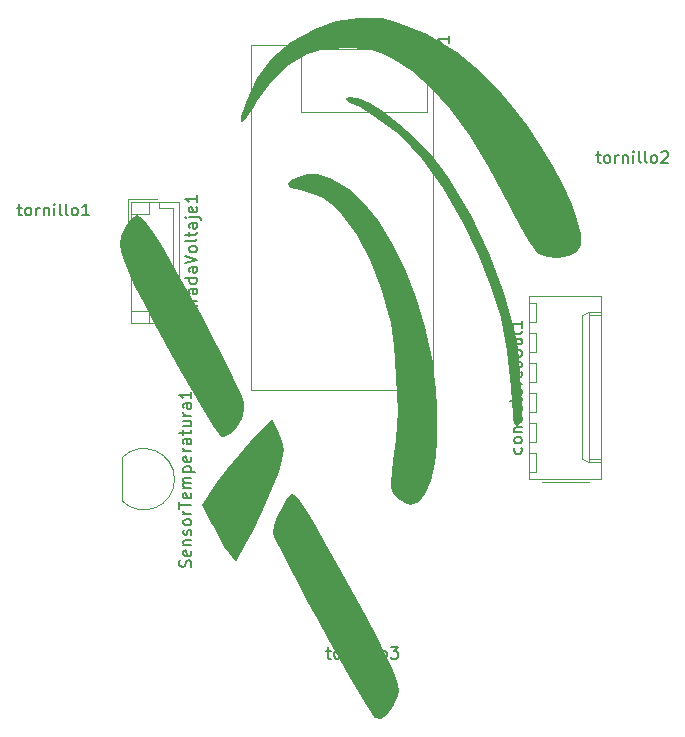
<source format=gbr>
%TF.GenerationSoftware,KiCad,Pcbnew,8.0.4*%
%TF.CreationDate,2024-08-09T17:27:33-06:00*%
%TF.ProjectId,radio,72616469-6f2e-46b6-9963-61645f706362,rev?*%
%TF.SameCoordinates,Original*%
%TF.FileFunction,Legend,Top*%
%TF.FilePolarity,Positive*%
%FSLAX46Y46*%
G04 Gerber Fmt 4.6, Leading zero omitted, Abs format (unit mm)*
G04 Created by KiCad (PCBNEW 8.0.4) date 2024-08-09 17:27:33*
%MOMM*%
%LPD*%
G01*
G04 APERTURE LIST*
%ADD10C,0.150000*%
%ADD11C,0.120000*%
%ADD12C,0.000000*%
G04 APERTURE END LIST*
D10*
X110931738Y-92398807D02*
X111312690Y-92398807D01*
X111074595Y-92065474D02*
X111074595Y-92922616D01*
X111074595Y-92922616D02*
X111122214Y-93017855D01*
X111122214Y-93017855D02*
X111217452Y-93065474D01*
X111217452Y-93065474D02*
X111312690Y-93065474D01*
X111788881Y-93065474D02*
X111693643Y-93017855D01*
X111693643Y-93017855D02*
X111646024Y-92970235D01*
X111646024Y-92970235D02*
X111598405Y-92874997D01*
X111598405Y-92874997D02*
X111598405Y-92589283D01*
X111598405Y-92589283D02*
X111646024Y-92494045D01*
X111646024Y-92494045D02*
X111693643Y-92446426D01*
X111693643Y-92446426D02*
X111788881Y-92398807D01*
X111788881Y-92398807D02*
X111931738Y-92398807D01*
X111931738Y-92398807D02*
X112026976Y-92446426D01*
X112026976Y-92446426D02*
X112074595Y-92494045D01*
X112074595Y-92494045D02*
X112122214Y-92589283D01*
X112122214Y-92589283D02*
X112122214Y-92874997D01*
X112122214Y-92874997D02*
X112074595Y-92970235D01*
X112074595Y-92970235D02*
X112026976Y-93017855D01*
X112026976Y-93017855D02*
X111931738Y-93065474D01*
X111931738Y-93065474D02*
X111788881Y-93065474D01*
X112550786Y-93065474D02*
X112550786Y-92398807D01*
X112550786Y-92589283D02*
X112598405Y-92494045D01*
X112598405Y-92494045D02*
X112646024Y-92446426D01*
X112646024Y-92446426D02*
X112741262Y-92398807D01*
X112741262Y-92398807D02*
X112836500Y-92398807D01*
X113169834Y-92398807D02*
X113169834Y-93065474D01*
X113169834Y-92494045D02*
X113217453Y-92446426D01*
X113217453Y-92446426D02*
X113312691Y-92398807D01*
X113312691Y-92398807D02*
X113455548Y-92398807D01*
X113455548Y-92398807D02*
X113550786Y-92446426D01*
X113550786Y-92446426D02*
X113598405Y-92541664D01*
X113598405Y-92541664D02*
X113598405Y-93065474D01*
X114074596Y-93065474D02*
X114074596Y-92398807D01*
X114074596Y-92065474D02*
X114026977Y-92113093D01*
X114026977Y-92113093D02*
X114074596Y-92160712D01*
X114074596Y-92160712D02*
X114122215Y-92113093D01*
X114122215Y-92113093D02*
X114074596Y-92065474D01*
X114074596Y-92065474D02*
X114074596Y-92160712D01*
X114693643Y-93065474D02*
X114598405Y-93017855D01*
X114598405Y-93017855D02*
X114550786Y-92922616D01*
X114550786Y-92922616D02*
X114550786Y-92065474D01*
X115217453Y-93065474D02*
X115122215Y-93017855D01*
X115122215Y-93017855D02*
X115074596Y-92922616D01*
X115074596Y-92922616D02*
X115074596Y-92065474D01*
X115741263Y-93065474D02*
X115646025Y-93017855D01*
X115646025Y-93017855D02*
X115598406Y-92970235D01*
X115598406Y-92970235D02*
X115550787Y-92874997D01*
X115550787Y-92874997D02*
X115550787Y-92589283D01*
X115550787Y-92589283D02*
X115598406Y-92494045D01*
X115598406Y-92494045D02*
X115646025Y-92446426D01*
X115646025Y-92446426D02*
X115741263Y-92398807D01*
X115741263Y-92398807D02*
X115884120Y-92398807D01*
X115884120Y-92398807D02*
X115979358Y-92446426D01*
X115979358Y-92446426D02*
X116026977Y-92494045D01*
X116026977Y-92494045D02*
X116074596Y-92589283D01*
X116074596Y-92589283D02*
X116074596Y-92874997D01*
X116074596Y-92874997D02*
X116026977Y-92970235D01*
X116026977Y-92970235D02*
X115979358Y-93017855D01*
X115979358Y-93017855D02*
X115884120Y-93065474D01*
X115884120Y-93065474D02*
X115741263Y-93065474D01*
X117026977Y-93065474D02*
X116455549Y-93065474D01*
X116741263Y-93065474D02*
X116741263Y-92065474D01*
X116741263Y-92065474D02*
X116646025Y-92208331D01*
X116646025Y-92208331D02*
X116550787Y-92303569D01*
X116550787Y-92303569D02*
X116455549Y-92351188D01*
X159956738Y-87948807D02*
X160337690Y-87948807D01*
X160099595Y-87615474D02*
X160099595Y-88472616D01*
X160099595Y-88472616D02*
X160147214Y-88567855D01*
X160147214Y-88567855D02*
X160242452Y-88615474D01*
X160242452Y-88615474D02*
X160337690Y-88615474D01*
X160813881Y-88615474D02*
X160718643Y-88567855D01*
X160718643Y-88567855D02*
X160671024Y-88520235D01*
X160671024Y-88520235D02*
X160623405Y-88424997D01*
X160623405Y-88424997D02*
X160623405Y-88139283D01*
X160623405Y-88139283D02*
X160671024Y-88044045D01*
X160671024Y-88044045D02*
X160718643Y-87996426D01*
X160718643Y-87996426D02*
X160813881Y-87948807D01*
X160813881Y-87948807D02*
X160956738Y-87948807D01*
X160956738Y-87948807D02*
X161051976Y-87996426D01*
X161051976Y-87996426D02*
X161099595Y-88044045D01*
X161099595Y-88044045D02*
X161147214Y-88139283D01*
X161147214Y-88139283D02*
X161147214Y-88424997D01*
X161147214Y-88424997D02*
X161099595Y-88520235D01*
X161099595Y-88520235D02*
X161051976Y-88567855D01*
X161051976Y-88567855D02*
X160956738Y-88615474D01*
X160956738Y-88615474D02*
X160813881Y-88615474D01*
X161575786Y-88615474D02*
X161575786Y-87948807D01*
X161575786Y-88139283D02*
X161623405Y-88044045D01*
X161623405Y-88044045D02*
X161671024Y-87996426D01*
X161671024Y-87996426D02*
X161766262Y-87948807D01*
X161766262Y-87948807D02*
X161861500Y-87948807D01*
X162194834Y-87948807D02*
X162194834Y-88615474D01*
X162194834Y-88044045D02*
X162242453Y-87996426D01*
X162242453Y-87996426D02*
X162337691Y-87948807D01*
X162337691Y-87948807D02*
X162480548Y-87948807D01*
X162480548Y-87948807D02*
X162575786Y-87996426D01*
X162575786Y-87996426D02*
X162623405Y-88091664D01*
X162623405Y-88091664D02*
X162623405Y-88615474D01*
X163099596Y-88615474D02*
X163099596Y-87948807D01*
X163099596Y-87615474D02*
X163051977Y-87663093D01*
X163051977Y-87663093D02*
X163099596Y-87710712D01*
X163099596Y-87710712D02*
X163147215Y-87663093D01*
X163147215Y-87663093D02*
X163099596Y-87615474D01*
X163099596Y-87615474D02*
X163099596Y-87710712D01*
X163718643Y-88615474D02*
X163623405Y-88567855D01*
X163623405Y-88567855D02*
X163575786Y-88472616D01*
X163575786Y-88472616D02*
X163575786Y-87615474D01*
X164242453Y-88615474D02*
X164147215Y-88567855D01*
X164147215Y-88567855D02*
X164099596Y-88472616D01*
X164099596Y-88472616D02*
X164099596Y-87615474D01*
X164766263Y-88615474D02*
X164671025Y-88567855D01*
X164671025Y-88567855D02*
X164623406Y-88520235D01*
X164623406Y-88520235D02*
X164575787Y-88424997D01*
X164575787Y-88424997D02*
X164575787Y-88139283D01*
X164575787Y-88139283D02*
X164623406Y-88044045D01*
X164623406Y-88044045D02*
X164671025Y-87996426D01*
X164671025Y-87996426D02*
X164766263Y-87948807D01*
X164766263Y-87948807D02*
X164909120Y-87948807D01*
X164909120Y-87948807D02*
X165004358Y-87996426D01*
X165004358Y-87996426D02*
X165051977Y-88044045D01*
X165051977Y-88044045D02*
X165099596Y-88139283D01*
X165099596Y-88139283D02*
X165099596Y-88424997D01*
X165099596Y-88424997D02*
X165051977Y-88520235D01*
X165051977Y-88520235D02*
X165004358Y-88567855D01*
X165004358Y-88567855D02*
X164909120Y-88615474D01*
X164909120Y-88615474D02*
X164766263Y-88615474D01*
X165480549Y-87710712D02*
X165528168Y-87663093D01*
X165528168Y-87663093D02*
X165623406Y-87615474D01*
X165623406Y-87615474D02*
X165861501Y-87615474D01*
X165861501Y-87615474D02*
X165956739Y-87663093D01*
X165956739Y-87663093D02*
X166004358Y-87710712D01*
X166004358Y-87710712D02*
X166051977Y-87805950D01*
X166051977Y-87805950D02*
X166051977Y-87901188D01*
X166051977Y-87901188D02*
X166004358Y-88044045D01*
X166004358Y-88044045D02*
X165432930Y-88615474D01*
X165432930Y-88615474D02*
X166051977Y-88615474D01*
X137081738Y-129923807D02*
X137462690Y-129923807D01*
X137224595Y-129590474D02*
X137224595Y-130447616D01*
X137224595Y-130447616D02*
X137272214Y-130542855D01*
X137272214Y-130542855D02*
X137367452Y-130590474D01*
X137367452Y-130590474D02*
X137462690Y-130590474D01*
X137938881Y-130590474D02*
X137843643Y-130542855D01*
X137843643Y-130542855D02*
X137796024Y-130495235D01*
X137796024Y-130495235D02*
X137748405Y-130399997D01*
X137748405Y-130399997D02*
X137748405Y-130114283D01*
X137748405Y-130114283D02*
X137796024Y-130019045D01*
X137796024Y-130019045D02*
X137843643Y-129971426D01*
X137843643Y-129971426D02*
X137938881Y-129923807D01*
X137938881Y-129923807D02*
X138081738Y-129923807D01*
X138081738Y-129923807D02*
X138176976Y-129971426D01*
X138176976Y-129971426D02*
X138224595Y-130019045D01*
X138224595Y-130019045D02*
X138272214Y-130114283D01*
X138272214Y-130114283D02*
X138272214Y-130399997D01*
X138272214Y-130399997D02*
X138224595Y-130495235D01*
X138224595Y-130495235D02*
X138176976Y-130542855D01*
X138176976Y-130542855D02*
X138081738Y-130590474D01*
X138081738Y-130590474D02*
X137938881Y-130590474D01*
X138700786Y-130590474D02*
X138700786Y-129923807D01*
X138700786Y-130114283D02*
X138748405Y-130019045D01*
X138748405Y-130019045D02*
X138796024Y-129971426D01*
X138796024Y-129971426D02*
X138891262Y-129923807D01*
X138891262Y-129923807D02*
X138986500Y-129923807D01*
X139319834Y-129923807D02*
X139319834Y-130590474D01*
X139319834Y-130019045D02*
X139367453Y-129971426D01*
X139367453Y-129971426D02*
X139462691Y-129923807D01*
X139462691Y-129923807D02*
X139605548Y-129923807D01*
X139605548Y-129923807D02*
X139700786Y-129971426D01*
X139700786Y-129971426D02*
X139748405Y-130066664D01*
X139748405Y-130066664D02*
X139748405Y-130590474D01*
X140224596Y-130590474D02*
X140224596Y-129923807D01*
X140224596Y-129590474D02*
X140176977Y-129638093D01*
X140176977Y-129638093D02*
X140224596Y-129685712D01*
X140224596Y-129685712D02*
X140272215Y-129638093D01*
X140272215Y-129638093D02*
X140224596Y-129590474D01*
X140224596Y-129590474D02*
X140224596Y-129685712D01*
X140843643Y-130590474D02*
X140748405Y-130542855D01*
X140748405Y-130542855D02*
X140700786Y-130447616D01*
X140700786Y-130447616D02*
X140700786Y-129590474D01*
X141367453Y-130590474D02*
X141272215Y-130542855D01*
X141272215Y-130542855D02*
X141224596Y-130447616D01*
X141224596Y-130447616D02*
X141224596Y-129590474D01*
X141891263Y-130590474D02*
X141796025Y-130542855D01*
X141796025Y-130542855D02*
X141748406Y-130495235D01*
X141748406Y-130495235D02*
X141700787Y-130399997D01*
X141700787Y-130399997D02*
X141700787Y-130114283D01*
X141700787Y-130114283D02*
X141748406Y-130019045D01*
X141748406Y-130019045D02*
X141796025Y-129971426D01*
X141796025Y-129971426D02*
X141891263Y-129923807D01*
X141891263Y-129923807D02*
X142034120Y-129923807D01*
X142034120Y-129923807D02*
X142129358Y-129971426D01*
X142129358Y-129971426D02*
X142176977Y-130019045D01*
X142176977Y-130019045D02*
X142224596Y-130114283D01*
X142224596Y-130114283D02*
X142224596Y-130399997D01*
X142224596Y-130399997D02*
X142176977Y-130495235D01*
X142176977Y-130495235D02*
X142129358Y-130542855D01*
X142129358Y-130542855D02*
X142034120Y-130590474D01*
X142034120Y-130590474D02*
X141891263Y-130590474D01*
X142557930Y-129590474D02*
X143176977Y-129590474D01*
X143176977Y-129590474D02*
X142843644Y-129971426D01*
X142843644Y-129971426D02*
X142986501Y-129971426D01*
X142986501Y-129971426D02*
X143081739Y-130019045D01*
X143081739Y-130019045D02*
X143129358Y-130066664D01*
X143129358Y-130066664D02*
X143176977Y-130161902D01*
X143176977Y-130161902D02*
X143176977Y-130399997D01*
X143176977Y-130399997D02*
X143129358Y-130495235D01*
X143129358Y-130495235D02*
X143081739Y-130542855D01*
X143081739Y-130542855D02*
X142986501Y-130590474D01*
X142986501Y-130590474D02*
X142700787Y-130590474D01*
X142700787Y-130590474D02*
X142605549Y-130542855D01*
X142605549Y-130542855D02*
X142557930Y-130495235D01*
X147531796Y-82008059D02*
X147055605Y-82341392D01*
X147531796Y-82579487D02*
X146531796Y-82579487D01*
X146531796Y-82579487D02*
X146531796Y-82198535D01*
X146531796Y-82198535D02*
X146579415Y-82103297D01*
X146579415Y-82103297D02*
X146627034Y-82055678D01*
X146627034Y-82055678D02*
X146722272Y-82008059D01*
X146722272Y-82008059D02*
X146865129Y-82008059D01*
X146865129Y-82008059D02*
X146960367Y-82055678D01*
X146960367Y-82055678D02*
X147007986Y-82103297D01*
X147007986Y-82103297D02*
X147055605Y-82198535D01*
X147055605Y-82198535D02*
X147055605Y-82579487D01*
X147531796Y-81150916D02*
X147007986Y-81150916D01*
X147007986Y-81150916D02*
X146912748Y-81198535D01*
X146912748Y-81198535D02*
X146865129Y-81293773D01*
X146865129Y-81293773D02*
X146865129Y-81484249D01*
X146865129Y-81484249D02*
X146912748Y-81579487D01*
X147484177Y-81150916D02*
X147531796Y-81246154D01*
X147531796Y-81246154D02*
X147531796Y-81484249D01*
X147531796Y-81484249D02*
X147484177Y-81579487D01*
X147484177Y-81579487D02*
X147388938Y-81627106D01*
X147388938Y-81627106D02*
X147293700Y-81627106D01*
X147293700Y-81627106D02*
X147198462Y-81579487D01*
X147198462Y-81579487D02*
X147150843Y-81484249D01*
X147150843Y-81484249D02*
X147150843Y-81246154D01*
X147150843Y-81246154D02*
X147103224Y-81150916D01*
X147531796Y-80246154D02*
X146531796Y-80246154D01*
X147484177Y-80246154D02*
X147531796Y-80341392D01*
X147531796Y-80341392D02*
X147531796Y-80531868D01*
X147531796Y-80531868D02*
X147484177Y-80627106D01*
X147484177Y-80627106D02*
X147436557Y-80674725D01*
X147436557Y-80674725D02*
X147341319Y-80722344D01*
X147341319Y-80722344D02*
X147055605Y-80722344D01*
X147055605Y-80722344D02*
X146960367Y-80674725D01*
X146960367Y-80674725D02*
X146912748Y-80627106D01*
X146912748Y-80627106D02*
X146865129Y-80531868D01*
X146865129Y-80531868D02*
X146865129Y-80341392D01*
X146865129Y-80341392D02*
X146912748Y-80246154D01*
X147531796Y-79769963D02*
X146865129Y-79769963D01*
X146531796Y-79769963D02*
X146579415Y-79817582D01*
X146579415Y-79817582D02*
X146627034Y-79769963D01*
X146627034Y-79769963D02*
X146579415Y-79722344D01*
X146579415Y-79722344D02*
X146531796Y-79769963D01*
X146531796Y-79769963D02*
X146627034Y-79769963D01*
X147531796Y-79150916D02*
X147484177Y-79246154D01*
X147484177Y-79246154D02*
X147436557Y-79293773D01*
X147436557Y-79293773D02*
X147341319Y-79341392D01*
X147341319Y-79341392D02*
X147055605Y-79341392D01*
X147055605Y-79341392D02*
X146960367Y-79293773D01*
X146960367Y-79293773D02*
X146912748Y-79246154D01*
X146912748Y-79246154D02*
X146865129Y-79150916D01*
X146865129Y-79150916D02*
X146865129Y-79008059D01*
X146865129Y-79008059D02*
X146912748Y-78912821D01*
X146912748Y-78912821D02*
X146960367Y-78865202D01*
X146960367Y-78865202D02*
X147055605Y-78817583D01*
X147055605Y-78817583D02*
X147341319Y-78817583D01*
X147341319Y-78817583D02*
X147436557Y-78865202D01*
X147436557Y-78865202D02*
X147484177Y-78912821D01*
X147484177Y-78912821D02*
X147531796Y-79008059D01*
X147531796Y-79008059D02*
X147531796Y-79150916D01*
X147531796Y-77865202D02*
X147531796Y-78436630D01*
X147531796Y-78150916D02*
X146531796Y-78150916D01*
X146531796Y-78150916D02*
X146674653Y-78246154D01*
X146674653Y-78246154D02*
X146769891Y-78341392D01*
X146769891Y-78341392D02*
X146817510Y-78436630D01*
X153614177Y-112753513D02*
X153661796Y-112848751D01*
X153661796Y-112848751D02*
X153661796Y-113039227D01*
X153661796Y-113039227D02*
X153614177Y-113134465D01*
X153614177Y-113134465D02*
X153566557Y-113182084D01*
X153566557Y-113182084D02*
X153471319Y-113229703D01*
X153471319Y-113229703D02*
X153185605Y-113229703D01*
X153185605Y-113229703D02*
X153090367Y-113182084D01*
X153090367Y-113182084D02*
X153042748Y-113134465D01*
X153042748Y-113134465D02*
X152995129Y-113039227D01*
X152995129Y-113039227D02*
X152995129Y-112848751D01*
X152995129Y-112848751D02*
X153042748Y-112753513D01*
X153661796Y-112182084D02*
X153614177Y-112277322D01*
X153614177Y-112277322D02*
X153566557Y-112324941D01*
X153566557Y-112324941D02*
X153471319Y-112372560D01*
X153471319Y-112372560D02*
X153185605Y-112372560D01*
X153185605Y-112372560D02*
X153090367Y-112324941D01*
X153090367Y-112324941D02*
X153042748Y-112277322D01*
X153042748Y-112277322D02*
X152995129Y-112182084D01*
X152995129Y-112182084D02*
X152995129Y-112039227D01*
X152995129Y-112039227D02*
X153042748Y-111943989D01*
X153042748Y-111943989D02*
X153090367Y-111896370D01*
X153090367Y-111896370D02*
X153185605Y-111848751D01*
X153185605Y-111848751D02*
X153471319Y-111848751D01*
X153471319Y-111848751D02*
X153566557Y-111896370D01*
X153566557Y-111896370D02*
X153614177Y-111943989D01*
X153614177Y-111943989D02*
X153661796Y-112039227D01*
X153661796Y-112039227D02*
X153661796Y-112182084D01*
X152995129Y-111420179D02*
X153661796Y-111420179D01*
X153090367Y-111420179D02*
X153042748Y-111372560D01*
X153042748Y-111372560D02*
X152995129Y-111277322D01*
X152995129Y-111277322D02*
X152995129Y-111134465D01*
X152995129Y-111134465D02*
X153042748Y-111039227D01*
X153042748Y-111039227D02*
X153137986Y-110991608D01*
X153137986Y-110991608D02*
X153661796Y-110991608D01*
X153614177Y-110134465D02*
X153661796Y-110229703D01*
X153661796Y-110229703D02*
X153661796Y-110420179D01*
X153661796Y-110420179D02*
X153614177Y-110515417D01*
X153614177Y-110515417D02*
X153518938Y-110563036D01*
X153518938Y-110563036D02*
X153137986Y-110563036D01*
X153137986Y-110563036D02*
X153042748Y-110515417D01*
X153042748Y-110515417D02*
X152995129Y-110420179D01*
X152995129Y-110420179D02*
X152995129Y-110229703D01*
X152995129Y-110229703D02*
X153042748Y-110134465D01*
X153042748Y-110134465D02*
X153137986Y-110086846D01*
X153137986Y-110086846D02*
X153233224Y-110086846D01*
X153233224Y-110086846D02*
X153328462Y-110563036D01*
X153614177Y-109229703D02*
X153661796Y-109324941D01*
X153661796Y-109324941D02*
X153661796Y-109515417D01*
X153661796Y-109515417D02*
X153614177Y-109610655D01*
X153614177Y-109610655D02*
X153566557Y-109658274D01*
X153566557Y-109658274D02*
X153471319Y-109705893D01*
X153471319Y-109705893D02*
X153185605Y-109705893D01*
X153185605Y-109705893D02*
X153090367Y-109658274D01*
X153090367Y-109658274D02*
X153042748Y-109610655D01*
X153042748Y-109610655D02*
X152995129Y-109515417D01*
X152995129Y-109515417D02*
X152995129Y-109324941D01*
X152995129Y-109324941D02*
X153042748Y-109229703D01*
X152995129Y-108943988D02*
X152995129Y-108563036D01*
X152661796Y-108801131D02*
X153518938Y-108801131D01*
X153518938Y-108801131D02*
X153614177Y-108753512D01*
X153614177Y-108753512D02*
X153661796Y-108658274D01*
X153661796Y-108658274D02*
X153661796Y-108563036D01*
X153661796Y-108086845D02*
X153614177Y-108182083D01*
X153614177Y-108182083D02*
X153566557Y-108229702D01*
X153566557Y-108229702D02*
X153471319Y-108277321D01*
X153471319Y-108277321D02*
X153185605Y-108277321D01*
X153185605Y-108277321D02*
X153090367Y-108229702D01*
X153090367Y-108229702D02*
X153042748Y-108182083D01*
X153042748Y-108182083D02*
X152995129Y-108086845D01*
X152995129Y-108086845D02*
X152995129Y-107943988D01*
X152995129Y-107943988D02*
X153042748Y-107848750D01*
X153042748Y-107848750D02*
X153090367Y-107801131D01*
X153090367Y-107801131D02*
X153185605Y-107753512D01*
X153185605Y-107753512D02*
X153471319Y-107753512D01*
X153471319Y-107753512D02*
X153566557Y-107801131D01*
X153566557Y-107801131D02*
X153614177Y-107848750D01*
X153614177Y-107848750D02*
X153661796Y-107943988D01*
X153661796Y-107943988D02*
X153661796Y-108086845D01*
X153661796Y-107324940D02*
X152995129Y-107324940D01*
X153185605Y-107324940D02*
X153090367Y-107277321D01*
X153090367Y-107277321D02*
X153042748Y-107229702D01*
X153042748Y-107229702D02*
X152995129Y-107134464D01*
X152995129Y-107134464D02*
X152995129Y-107039226D01*
X153614177Y-106324940D02*
X153661796Y-106420178D01*
X153661796Y-106420178D02*
X153661796Y-106610654D01*
X153661796Y-106610654D02*
X153614177Y-106705892D01*
X153614177Y-106705892D02*
X153518938Y-106753511D01*
X153518938Y-106753511D02*
X153137986Y-106753511D01*
X153137986Y-106753511D02*
X153042748Y-106705892D01*
X153042748Y-106705892D02*
X152995129Y-106610654D01*
X152995129Y-106610654D02*
X152995129Y-106420178D01*
X152995129Y-106420178D02*
X153042748Y-106324940D01*
X153042748Y-106324940D02*
X153137986Y-106277321D01*
X153137986Y-106277321D02*
X153233224Y-106277321D01*
X153233224Y-106277321D02*
X153328462Y-106753511D01*
X153614177Y-105896368D02*
X153661796Y-105801130D01*
X153661796Y-105801130D02*
X153661796Y-105610654D01*
X153661796Y-105610654D02*
X153614177Y-105515416D01*
X153614177Y-105515416D02*
X153518938Y-105467797D01*
X153518938Y-105467797D02*
X153471319Y-105467797D01*
X153471319Y-105467797D02*
X153376081Y-105515416D01*
X153376081Y-105515416D02*
X153328462Y-105610654D01*
X153328462Y-105610654D02*
X153328462Y-105753511D01*
X153328462Y-105753511D02*
X153280843Y-105848749D01*
X153280843Y-105848749D02*
X153185605Y-105896368D01*
X153185605Y-105896368D02*
X153137986Y-105896368D01*
X153137986Y-105896368D02*
X153042748Y-105848749D01*
X153042748Y-105848749D02*
X152995129Y-105753511D01*
X152995129Y-105753511D02*
X152995129Y-105610654D01*
X152995129Y-105610654D02*
X153042748Y-105515416D01*
X152661796Y-104848749D02*
X152661796Y-104658273D01*
X152661796Y-104658273D02*
X152709415Y-104563035D01*
X152709415Y-104563035D02*
X152804653Y-104467797D01*
X152804653Y-104467797D02*
X152995129Y-104420178D01*
X152995129Y-104420178D02*
X153328462Y-104420178D01*
X153328462Y-104420178D02*
X153518938Y-104467797D01*
X153518938Y-104467797D02*
X153614177Y-104563035D01*
X153614177Y-104563035D02*
X153661796Y-104658273D01*
X153661796Y-104658273D02*
X153661796Y-104848749D01*
X153661796Y-104848749D02*
X153614177Y-104943987D01*
X153614177Y-104943987D02*
X153518938Y-105039225D01*
X153518938Y-105039225D02*
X153328462Y-105086844D01*
X153328462Y-105086844D02*
X152995129Y-105086844D01*
X152995129Y-105086844D02*
X152804653Y-105039225D01*
X152804653Y-105039225D02*
X152709415Y-104943987D01*
X152709415Y-104943987D02*
X152661796Y-104848749D01*
X152995129Y-103563035D02*
X153661796Y-103563035D01*
X152995129Y-103991606D02*
X153518938Y-103991606D01*
X153518938Y-103991606D02*
X153614177Y-103943987D01*
X153614177Y-103943987D02*
X153661796Y-103848749D01*
X153661796Y-103848749D02*
X153661796Y-103705892D01*
X153661796Y-103705892D02*
X153614177Y-103610654D01*
X153614177Y-103610654D02*
X153566557Y-103563035D01*
X152995129Y-103229701D02*
X152995129Y-102848749D01*
X152661796Y-103086844D02*
X153518938Y-103086844D01*
X153518938Y-103086844D02*
X153614177Y-103039225D01*
X153614177Y-103039225D02*
X153661796Y-102943987D01*
X153661796Y-102943987D02*
X153661796Y-102848749D01*
X153661796Y-101991606D02*
X153661796Y-102563034D01*
X153661796Y-102277320D02*
X152661796Y-102277320D01*
X152661796Y-102277320D02*
X152804653Y-102372558D01*
X152804653Y-102372558D02*
X152899891Y-102467796D01*
X152899891Y-102467796D02*
X152947510Y-102563034D01*
X125619177Y-122834227D02*
X125666796Y-122691370D01*
X125666796Y-122691370D02*
X125666796Y-122453275D01*
X125666796Y-122453275D02*
X125619177Y-122358037D01*
X125619177Y-122358037D02*
X125571557Y-122310418D01*
X125571557Y-122310418D02*
X125476319Y-122262799D01*
X125476319Y-122262799D02*
X125381081Y-122262799D01*
X125381081Y-122262799D02*
X125285843Y-122310418D01*
X125285843Y-122310418D02*
X125238224Y-122358037D01*
X125238224Y-122358037D02*
X125190605Y-122453275D01*
X125190605Y-122453275D02*
X125142986Y-122643751D01*
X125142986Y-122643751D02*
X125095367Y-122738989D01*
X125095367Y-122738989D02*
X125047748Y-122786608D01*
X125047748Y-122786608D02*
X124952510Y-122834227D01*
X124952510Y-122834227D02*
X124857272Y-122834227D01*
X124857272Y-122834227D02*
X124762034Y-122786608D01*
X124762034Y-122786608D02*
X124714415Y-122738989D01*
X124714415Y-122738989D02*
X124666796Y-122643751D01*
X124666796Y-122643751D02*
X124666796Y-122405656D01*
X124666796Y-122405656D02*
X124714415Y-122262799D01*
X125619177Y-121453275D02*
X125666796Y-121548513D01*
X125666796Y-121548513D02*
X125666796Y-121738989D01*
X125666796Y-121738989D02*
X125619177Y-121834227D01*
X125619177Y-121834227D02*
X125523938Y-121881846D01*
X125523938Y-121881846D02*
X125142986Y-121881846D01*
X125142986Y-121881846D02*
X125047748Y-121834227D01*
X125047748Y-121834227D02*
X125000129Y-121738989D01*
X125000129Y-121738989D02*
X125000129Y-121548513D01*
X125000129Y-121548513D02*
X125047748Y-121453275D01*
X125047748Y-121453275D02*
X125142986Y-121405656D01*
X125142986Y-121405656D02*
X125238224Y-121405656D01*
X125238224Y-121405656D02*
X125333462Y-121881846D01*
X125000129Y-120977084D02*
X125666796Y-120977084D01*
X125095367Y-120977084D02*
X125047748Y-120929465D01*
X125047748Y-120929465D02*
X125000129Y-120834227D01*
X125000129Y-120834227D02*
X125000129Y-120691370D01*
X125000129Y-120691370D02*
X125047748Y-120596132D01*
X125047748Y-120596132D02*
X125142986Y-120548513D01*
X125142986Y-120548513D02*
X125666796Y-120548513D01*
X125619177Y-120119941D02*
X125666796Y-120024703D01*
X125666796Y-120024703D02*
X125666796Y-119834227D01*
X125666796Y-119834227D02*
X125619177Y-119738989D01*
X125619177Y-119738989D02*
X125523938Y-119691370D01*
X125523938Y-119691370D02*
X125476319Y-119691370D01*
X125476319Y-119691370D02*
X125381081Y-119738989D01*
X125381081Y-119738989D02*
X125333462Y-119834227D01*
X125333462Y-119834227D02*
X125333462Y-119977084D01*
X125333462Y-119977084D02*
X125285843Y-120072322D01*
X125285843Y-120072322D02*
X125190605Y-120119941D01*
X125190605Y-120119941D02*
X125142986Y-120119941D01*
X125142986Y-120119941D02*
X125047748Y-120072322D01*
X125047748Y-120072322D02*
X125000129Y-119977084D01*
X125000129Y-119977084D02*
X125000129Y-119834227D01*
X125000129Y-119834227D02*
X125047748Y-119738989D01*
X125666796Y-119119941D02*
X125619177Y-119215179D01*
X125619177Y-119215179D02*
X125571557Y-119262798D01*
X125571557Y-119262798D02*
X125476319Y-119310417D01*
X125476319Y-119310417D02*
X125190605Y-119310417D01*
X125190605Y-119310417D02*
X125095367Y-119262798D01*
X125095367Y-119262798D02*
X125047748Y-119215179D01*
X125047748Y-119215179D02*
X125000129Y-119119941D01*
X125000129Y-119119941D02*
X125000129Y-118977084D01*
X125000129Y-118977084D02*
X125047748Y-118881846D01*
X125047748Y-118881846D02*
X125095367Y-118834227D01*
X125095367Y-118834227D02*
X125190605Y-118786608D01*
X125190605Y-118786608D02*
X125476319Y-118786608D01*
X125476319Y-118786608D02*
X125571557Y-118834227D01*
X125571557Y-118834227D02*
X125619177Y-118881846D01*
X125619177Y-118881846D02*
X125666796Y-118977084D01*
X125666796Y-118977084D02*
X125666796Y-119119941D01*
X125666796Y-118358036D02*
X125000129Y-118358036D01*
X125190605Y-118358036D02*
X125095367Y-118310417D01*
X125095367Y-118310417D02*
X125047748Y-118262798D01*
X125047748Y-118262798D02*
X125000129Y-118167560D01*
X125000129Y-118167560D02*
X125000129Y-118072322D01*
X124666796Y-117881845D02*
X124666796Y-117310417D01*
X125666796Y-117596131D02*
X124666796Y-117596131D01*
X125619177Y-116596131D02*
X125666796Y-116691369D01*
X125666796Y-116691369D02*
X125666796Y-116881845D01*
X125666796Y-116881845D02*
X125619177Y-116977083D01*
X125619177Y-116977083D02*
X125523938Y-117024702D01*
X125523938Y-117024702D02*
X125142986Y-117024702D01*
X125142986Y-117024702D02*
X125047748Y-116977083D01*
X125047748Y-116977083D02*
X125000129Y-116881845D01*
X125000129Y-116881845D02*
X125000129Y-116691369D01*
X125000129Y-116691369D02*
X125047748Y-116596131D01*
X125047748Y-116596131D02*
X125142986Y-116548512D01*
X125142986Y-116548512D02*
X125238224Y-116548512D01*
X125238224Y-116548512D02*
X125333462Y-117024702D01*
X125666796Y-116119940D02*
X125000129Y-116119940D01*
X125095367Y-116119940D02*
X125047748Y-116072321D01*
X125047748Y-116072321D02*
X125000129Y-115977083D01*
X125000129Y-115977083D02*
X125000129Y-115834226D01*
X125000129Y-115834226D02*
X125047748Y-115738988D01*
X125047748Y-115738988D02*
X125142986Y-115691369D01*
X125142986Y-115691369D02*
X125666796Y-115691369D01*
X125142986Y-115691369D02*
X125047748Y-115643750D01*
X125047748Y-115643750D02*
X125000129Y-115548512D01*
X125000129Y-115548512D02*
X125000129Y-115405655D01*
X125000129Y-115405655D02*
X125047748Y-115310416D01*
X125047748Y-115310416D02*
X125142986Y-115262797D01*
X125142986Y-115262797D02*
X125666796Y-115262797D01*
X125000129Y-114786607D02*
X126000129Y-114786607D01*
X125047748Y-114786607D02*
X125000129Y-114691369D01*
X125000129Y-114691369D02*
X125000129Y-114500893D01*
X125000129Y-114500893D02*
X125047748Y-114405655D01*
X125047748Y-114405655D02*
X125095367Y-114358036D01*
X125095367Y-114358036D02*
X125190605Y-114310417D01*
X125190605Y-114310417D02*
X125476319Y-114310417D01*
X125476319Y-114310417D02*
X125571557Y-114358036D01*
X125571557Y-114358036D02*
X125619177Y-114405655D01*
X125619177Y-114405655D02*
X125666796Y-114500893D01*
X125666796Y-114500893D02*
X125666796Y-114691369D01*
X125666796Y-114691369D02*
X125619177Y-114786607D01*
X125619177Y-113500893D02*
X125666796Y-113596131D01*
X125666796Y-113596131D02*
X125666796Y-113786607D01*
X125666796Y-113786607D02*
X125619177Y-113881845D01*
X125619177Y-113881845D02*
X125523938Y-113929464D01*
X125523938Y-113929464D02*
X125142986Y-113929464D01*
X125142986Y-113929464D02*
X125047748Y-113881845D01*
X125047748Y-113881845D02*
X125000129Y-113786607D01*
X125000129Y-113786607D02*
X125000129Y-113596131D01*
X125000129Y-113596131D02*
X125047748Y-113500893D01*
X125047748Y-113500893D02*
X125142986Y-113453274D01*
X125142986Y-113453274D02*
X125238224Y-113453274D01*
X125238224Y-113453274D02*
X125333462Y-113929464D01*
X125666796Y-113024702D02*
X125000129Y-113024702D01*
X125190605Y-113024702D02*
X125095367Y-112977083D01*
X125095367Y-112977083D02*
X125047748Y-112929464D01*
X125047748Y-112929464D02*
X125000129Y-112834226D01*
X125000129Y-112834226D02*
X125000129Y-112738988D01*
X125666796Y-111977083D02*
X125142986Y-111977083D01*
X125142986Y-111977083D02*
X125047748Y-112024702D01*
X125047748Y-112024702D02*
X125000129Y-112119940D01*
X125000129Y-112119940D02*
X125000129Y-112310416D01*
X125000129Y-112310416D02*
X125047748Y-112405654D01*
X125619177Y-111977083D02*
X125666796Y-112072321D01*
X125666796Y-112072321D02*
X125666796Y-112310416D01*
X125666796Y-112310416D02*
X125619177Y-112405654D01*
X125619177Y-112405654D02*
X125523938Y-112453273D01*
X125523938Y-112453273D02*
X125428700Y-112453273D01*
X125428700Y-112453273D02*
X125333462Y-112405654D01*
X125333462Y-112405654D02*
X125285843Y-112310416D01*
X125285843Y-112310416D02*
X125285843Y-112072321D01*
X125285843Y-112072321D02*
X125238224Y-111977083D01*
X125000129Y-111643749D02*
X125000129Y-111262797D01*
X124666796Y-111500892D02*
X125523938Y-111500892D01*
X125523938Y-111500892D02*
X125619177Y-111453273D01*
X125619177Y-111453273D02*
X125666796Y-111358035D01*
X125666796Y-111358035D02*
X125666796Y-111262797D01*
X125000129Y-110500892D02*
X125666796Y-110500892D01*
X125000129Y-110929463D02*
X125523938Y-110929463D01*
X125523938Y-110929463D02*
X125619177Y-110881844D01*
X125619177Y-110881844D02*
X125666796Y-110786606D01*
X125666796Y-110786606D02*
X125666796Y-110643749D01*
X125666796Y-110643749D02*
X125619177Y-110548511D01*
X125619177Y-110548511D02*
X125571557Y-110500892D01*
X125666796Y-110024701D02*
X125000129Y-110024701D01*
X125190605Y-110024701D02*
X125095367Y-109977082D01*
X125095367Y-109977082D02*
X125047748Y-109929463D01*
X125047748Y-109929463D02*
X125000129Y-109834225D01*
X125000129Y-109834225D02*
X125000129Y-109738987D01*
X125666796Y-108977082D02*
X125142986Y-108977082D01*
X125142986Y-108977082D02*
X125047748Y-109024701D01*
X125047748Y-109024701D02*
X125000129Y-109119939D01*
X125000129Y-109119939D02*
X125000129Y-109310415D01*
X125000129Y-109310415D02*
X125047748Y-109405653D01*
X125619177Y-108977082D02*
X125666796Y-109072320D01*
X125666796Y-109072320D02*
X125666796Y-109310415D01*
X125666796Y-109310415D02*
X125619177Y-109405653D01*
X125619177Y-109405653D02*
X125523938Y-109453272D01*
X125523938Y-109453272D02*
X125428700Y-109453272D01*
X125428700Y-109453272D02*
X125333462Y-109405653D01*
X125333462Y-109405653D02*
X125285843Y-109310415D01*
X125285843Y-109310415D02*
X125285843Y-109072320D01*
X125285843Y-109072320D02*
X125238224Y-108977082D01*
X125666796Y-107977082D02*
X125666796Y-108548510D01*
X125666796Y-108262796D02*
X124666796Y-108262796D01*
X124666796Y-108262796D02*
X124809653Y-108358034D01*
X124809653Y-108358034D02*
X124904891Y-108453272D01*
X124904891Y-108453272D02*
X124952510Y-108548510D01*
X125632986Y-102703512D02*
X125632986Y-102370179D01*
X126156796Y-102227322D02*
X126156796Y-102703512D01*
X126156796Y-102703512D02*
X125156796Y-102703512D01*
X125156796Y-102703512D02*
X125156796Y-102227322D01*
X125490129Y-101798750D02*
X126156796Y-101798750D01*
X125585367Y-101798750D02*
X125537748Y-101751131D01*
X125537748Y-101751131D02*
X125490129Y-101655893D01*
X125490129Y-101655893D02*
X125490129Y-101513036D01*
X125490129Y-101513036D02*
X125537748Y-101417798D01*
X125537748Y-101417798D02*
X125632986Y-101370179D01*
X125632986Y-101370179D02*
X126156796Y-101370179D01*
X125490129Y-101036845D02*
X125490129Y-100655893D01*
X125156796Y-100893988D02*
X126013938Y-100893988D01*
X126013938Y-100893988D02*
X126109177Y-100846369D01*
X126109177Y-100846369D02*
X126156796Y-100751131D01*
X126156796Y-100751131D02*
X126156796Y-100655893D01*
X126156796Y-100322559D02*
X125490129Y-100322559D01*
X125680605Y-100322559D02*
X125585367Y-100274940D01*
X125585367Y-100274940D02*
X125537748Y-100227321D01*
X125537748Y-100227321D02*
X125490129Y-100132083D01*
X125490129Y-100132083D02*
X125490129Y-100036845D01*
X126156796Y-99274940D02*
X125632986Y-99274940D01*
X125632986Y-99274940D02*
X125537748Y-99322559D01*
X125537748Y-99322559D02*
X125490129Y-99417797D01*
X125490129Y-99417797D02*
X125490129Y-99608273D01*
X125490129Y-99608273D02*
X125537748Y-99703511D01*
X126109177Y-99274940D02*
X126156796Y-99370178D01*
X126156796Y-99370178D02*
X126156796Y-99608273D01*
X126156796Y-99608273D02*
X126109177Y-99703511D01*
X126109177Y-99703511D02*
X126013938Y-99751130D01*
X126013938Y-99751130D02*
X125918700Y-99751130D01*
X125918700Y-99751130D02*
X125823462Y-99703511D01*
X125823462Y-99703511D02*
X125775843Y-99608273D01*
X125775843Y-99608273D02*
X125775843Y-99370178D01*
X125775843Y-99370178D02*
X125728224Y-99274940D01*
X126156796Y-98370178D02*
X125156796Y-98370178D01*
X126109177Y-98370178D02*
X126156796Y-98465416D01*
X126156796Y-98465416D02*
X126156796Y-98655892D01*
X126156796Y-98655892D02*
X126109177Y-98751130D01*
X126109177Y-98751130D02*
X126061557Y-98798749D01*
X126061557Y-98798749D02*
X125966319Y-98846368D01*
X125966319Y-98846368D02*
X125680605Y-98846368D01*
X125680605Y-98846368D02*
X125585367Y-98798749D01*
X125585367Y-98798749D02*
X125537748Y-98751130D01*
X125537748Y-98751130D02*
X125490129Y-98655892D01*
X125490129Y-98655892D02*
X125490129Y-98465416D01*
X125490129Y-98465416D02*
X125537748Y-98370178D01*
X126156796Y-97465416D02*
X125632986Y-97465416D01*
X125632986Y-97465416D02*
X125537748Y-97513035D01*
X125537748Y-97513035D02*
X125490129Y-97608273D01*
X125490129Y-97608273D02*
X125490129Y-97798749D01*
X125490129Y-97798749D02*
X125537748Y-97893987D01*
X126109177Y-97465416D02*
X126156796Y-97560654D01*
X126156796Y-97560654D02*
X126156796Y-97798749D01*
X126156796Y-97798749D02*
X126109177Y-97893987D01*
X126109177Y-97893987D02*
X126013938Y-97941606D01*
X126013938Y-97941606D02*
X125918700Y-97941606D01*
X125918700Y-97941606D02*
X125823462Y-97893987D01*
X125823462Y-97893987D02*
X125775843Y-97798749D01*
X125775843Y-97798749D02*
X125775843Y-97560654D01*
X125775843Y-97560654D02*
X125728224Y-97465416D01*
X125156796Y-97132082D02*
X126156796Y-96798749D01*
X126156796Y-96798749D02*
X125156796Y-96465416D01*
X126156796Y-95989225D02*
X126109177Y-96084463D01*
X126109177Y-96084463D02*
X126061557Y-96132082D01*
X126061557Y-96132082D02*
X125966319Y-96179701D01*
X125966319Y-96179701D02*
X125680605Y-96179701D01*
X125680605Y-96179701D02*
X125585367Y-96132082D01*
X125585367Y-96132082D02*
X125537748Y-96084463D01*
X125537748Y-96084463D02*
X125490129Y-95989225D01*
X125490129Y-95989225D02*
X125490129Y-95846368D01*
X125490129Y-95846368D02*
X125537748Y-95751130D01*
X125537748Y-95751130D02*
X125585367Y-95703511D01*
X125585367Y-95703511D02*
X125680605Y-95655892D01*
X125680605Y-95655892D02*
X125966319Y-95655892D01*
X125966319Y-95655892D02*
X126061557Y-95703511D01*
X126061557Y-95703511D02*
X126109177Y-95751130D01*
X126109177Y-95751130D02*
X126156796Y-95846368D01*
X126156796Y-95846368D02*
X126156796Y-95989225D01*
X126156796Y-95084463D02*
X126109177Y-95179701D01*
X126109177Y-95179701D02*
X126013938Y-95227320D01*
X126013938Y-95227320D02*
X125156796Y-95227320D01*
X125490129Y-94846367D02*
X125490129Y-94465415D01*
X125156796Y-94703510D02*
X126013938Y-94703510D01*
X126013938Y-94703510D02*
X126109177Y-94655891D01*
X126109177Y-94655891D02*
X126156796Y-94560653D01*
X126156796Y-94560653D02*
X126156796Y-94465415D01*
X126156796Y-93703510D02*
X125632986Y-93703510D01*
X125632986Y-93703510D02*
X125537748Y-93751129D01*
X125537748Y-93751129D02*
X125490129Y-93846367D01*
X125490129Y-93846367D02*
X125490129Y-94036843D01*
X125490129Y-94036843D02*
X125537748Y-94132081D01*
X126109177Y-93703510D02*
X126156796Y-93798748D01*
X126156796Y-93798748D02*
X126156796Y-94036843D01*
X126156796Y-94036843D02*
X126109177Y-94132081D01*
X126109177Y-94132081D02*
X126013938Y-94179700D01*
X126013938Y-94179700D02*
X125918700Y-94179700D01*
X125918700Y-94179700D02*
X125823462Y-94132081D01*
X125823462Y-94132081D02*
X125775843Y-94036843D01*
X125775843Y-94036843D02*
X125775843Y-93798748D01*
X125775843Y-93798748D02*
X125728224Y-93703510D01*
X125490129Y-93227319D02*
X126347272Y-93227319D01*
X126347272Y-93227319D02*
X126442510Y-93274938D01*
X126442510Y-93274938D02*
X126490129Y-93370176D01*
X126490129Y-93370176D02*
X126490129Y-93417795D01*
X125156796Y-93227319D02*
X125204415Y-93274938D01*
X125204415Y-93274938D02*
X125252034Y-93227319D01*
X125252034Y-93227319D02*
X125204415Y-93179700D01*
X125204415Y-93179700D02*
X125156796Y-93227319D01*
X125156796Y-93227319D02*
X125252034Y-93227319D01*
X126109177Y-92370177D02*
X126156796Y-92465415D01*
X126156796Y-92465415D02*
X126156796Y-92655891D01*
X126156796Y-92655891D02*
X126109177Y-92751129D01*
X126109177Y-92751129D02*
X126013938Y-92798748D01*
X126013938Y-92798748D02*
X125632986Y-92798748D01*
X125632986Y-92798748D02*
X125537748Y-92751129D01*
X125537748Y-92751129D02*
X125490129Y-92655891D01*
X125490129Y-92655891D02*
X125490129Y-92465415D01*
X125490129Y-92465415D02*
X125537748Y-92370177D01*
X125537748Y-92370177D02*
X125632986Y-92322558D01*
X125632986Y-92322558D02*
X125728224Y-92322558D01*
X125728224Y-92322558D02*
X125823462Y-92798748D01*
X126156796Y-91370177D02*
X126156796Y-91941605D01*
X126156796Y-91655891D02*
X125156796Y-91655891D01*
X125156796Y-91655891D02*
X125299653Y-91751129D01*
X125299653Y-91751129D02*
X125394891Y-91846367D01*
X125394891Y-91846367D02*
X125442510Y-91941605D01*
D11*
%TO.C,Radio1*%
X144076977Y-78446155D02*
X143836977Y-78110155D01*
X144316977Y-78110155D01*
X144076977Y-78446155D01*
G36*
X144076977Y-78446155D02*
G01*
X143836977Y-78110155D01*
X144316977Y-78110155D01*
X144076977Y-78446155D01*
G37*
X146176977Y-107846155D02*
X130726977Y-107846155D01*
X146176977Y-78646155D02*
X146176977Y-107846155D01*
X146176977Y-78646155D02*
X146176977Y-78646155D01*
X145600977Y-84310155D02*
X134932977Y-84310155D01*
X145600977Y-78976155D02*
X145600977Y-84310155D01*
X145600977Y-78976155D02*
X145600977Y-78976155D01*
X134932977Y-84310155D02*
X134932977Y-78976155D01*
X134932977Y-78976155D02*
X145600977Y-78976155D01*
X134932977Y-78976155D02*
X134932977Y-78976155D01*
X130726977Y-107846155D02*
X130726977Y-78646155D01*
X130726977Y-78646155D02*
X146176977Y-78646155D01*
%TO.C,conectoresOut1*%
X154296977Y-99880655D02*
X154296977Y-115340655D01*
X154296977Y-102060655D02*
X154896977Y-102060655D01*
X154296977Y-104600655D02*
X154896977Y-104600655D01*
X154296977Y-107140655D02*
X154896977Y-107140655D01*
X154296977Y-109680655D02*
X154896977Y-109680655D01*
X154296977Y-112220655D02*
X154896977Y-112220655D01*
X154296977Y-114760655D02*
X154896977Y-114760655D01*
X154296977Y-115340655D02*
X160316977Y-115340655D01*
X154896977Y-100460655D02*
X154296977Y-100460655D01*
X154896977Y-102060655D02*
X154896977Y-100460655D01*
X154896977Y-103000655D02*
X154296977Y-103000655D01*
X154896977Y-104600655D02*
X154896977Y-103000655D01*
X154896977Y-105540655D02*
X154296977Y-105540655D01*
X154896977Y-107140655D02*
X154896977Y-105540655D01*
X154896977Y-108080655D02*
X154296977Y-108080655D01*
X154896977Y-109680655D02*
X154896977Y-108080655D01*
X154896977Y-110620655D02*
X154296977Y-110620655D01*
X154896977Y-112220655D02*
X154896977Y-110620655D01*
X154896977Y-113160655D02*
X154296977Y-113160655D01*
X154896977Y-114760655D02*
X154896977Y-113160655D01*
X155326977Y-115630655D02*
X159326977Y-115630655D01*
X158786977Y-101510655D02*
X159316977Y-101260655D01*
X158786977Y-113710655D02*
X158786977Y-101510655D01*
X159316977Y-101260655D02*
X160316977Y-101260655D01*
X159316977Y-113960655D02*
X158786977Y-113710655D01*
X159316977Y-113960655D02*
X159316977Y-101260655D01*
X160316977Y-99880655D02*
X154296977Y-99880655D01*
X160316977Y-101510655D02*
X159316977Y-101510655D01*
X160316977Y-113710655D02*
X159316977Y-113710655D01*
X160316977Y-113960655D02*
X159316977Y-113960655D01*
X160316977Y-115340655D02*
X160316977Y-99880655D01*
%TO.C,SensorTemperatura1*%
X119801977Y-113605655D02*
X119801977Y-117205655D01*
X119813499Y-113567177D02*
G75*
G02*
X124251978Y-115405655I1838478J-1838478D01*
G01*
X124251977Y-115405655D02*
G75*
G02*
X119813499Y-117244133I-2600000J0D01*
G01*
%TO.C,EntradaVoltaje1*%
X124611977Y-102170655D02*
X124611977Y-91950655D01*
X124611977Y-91950655D02*
X120591977Y-91950655D01*
X124111977Y-101670655D02*
X122901977Y-101670655D01*
X124111977Y-92450655D02*
X124111977Y-101670655D01*
X122901977Y-101670655D02*
X122901977Y-102170655D01*
X122901977Y-92450655D02*
X124111977Y-92450655D01*
X122901977Y-91950655D02*
X122901977Y-92450655D01*
X122791977Y-91650655D02*
X120291977Y-91650655D01*
X122091977Y-102170655D02*
X122091977Y-101170655D01*
X122091977Y-101170655D02*
X120591977Y-101170655D01*
X122091977Y-92950655D02*
X120591977Y-92950655D01*
X122091977Y-91950655D02*
X122091977Y-92950655D01*
X120591977Y-102170655D02*
X124611977Y-102170655D01*
X120591977Y-91950655D02*
X120591977Y-102170655D01*
X120291977Y-91650655D02*
X120291977Y-94150655D01*
D12*
%TO.C,G\u002A\u002A\u002A*%
G36*
X133019476Y-111327320D02*
G01*
X133390719Y-112191760D01*
X133510790Y-112957750D01*
X133383050Y-113812481D01*
X133080970Y-114751831D01*
X132432293Y-116410865D01*
X131664505Y-118166947D01*
X130869876Y-119817273D01*
X130254618Y-120963937D01*
X129442872Y-122377216D01*
X128875016Y-121677269D01*
X128478912Y-121103396D01*
X127975197Y-120257427D01*
X127469544Y-119317326D01*
X127445523Y-119269885D01*
X126583884Y-117562449D01*
X127887784Y-115663317D01*
X128707029Y-114550373D01*
X129695286Y-113323547D01*
X130663757Y-112215392D01*
X130840554Y-112026261D01*
X132489426Y-110288335D01*
X133019476Y-111327320D01*
G37*
G36*
X121517414Y-93285617D02*
G01*
X121923431Y-93758752D01*
X122414770Y-94474190D01*
X123067351Y-95520171D01*
X123843473Y-96827405D01*
X124705432Y-98326598D01*
X125615525Y-99948459D01*
X126536049Y-101623695D01*
X127429302Y-103283014D01*
X128257581Y-104857124D01*
X128983182Y-106276732D01*
X129568403Y-107472547D01*
X129975540Y-108375276D01*
X130164460Y-108904506D01*
X130162546Y-109574038D01*
X129968669Y-110269478D01*
X129521605Y-111016453D01*
X128982801Y-111573283D01*
X128468911Y-111834737D01*
X128250722Y-111819204D01*
X127974204Y-111542984D01*
X127503815Y-110882818D01*
X126873393Y-109897696D01*
X126116777Y-108646606D01*
X125267806Y-107188539D01*
X124360317Y-105582484D01*
X123428149Y-103887429D01*
X122505141Y-102162365D01*
X121625131Y-100466281D01*
X120857204Y-98930327D01*
X120200568Y-97507812D01*
X119802650Y-96411029D01*
X119650680Y-95548172D01*
X119731886Y-94827436D01*
X120033497Y-94157018D01*
X120164722Y-93952463D01*
X120681462Y-93290626D01*
X121098012Y-93072127D01*
X121517414Y-93285617D01*
G37*
G36*
X139796416Y-83141167D02*
G01*
X140828598Y-83582655D01*
X142015387Y-84323651D01*
X143290731Y-85310293D01*
X144588580Y-86488716D01*
X145842882Y-87805059D01*
X146987586Y-89205457D01*
X147609045Y-90085865D01*
X149362813Y-93054505D01*
X150902418Y-96289952D01*
X152153105Y-99617716D01*
X152994367Y-102655550D01*
X153210787Y-103806661D01*
X153392293Y-105123406D01*
X153532268Y-106501563D01*
X153624096Y-107836905D01*
X153661161Y-109025210D01*
X153636846Y-109962254D01*
X153544536Y-110543812D01*
X153500956Y-110635796D01*
X153219096Y-110871956D01*
X153093848Y-110846807D01*
X153018280Y-110552470D01*
X152924088Y-109860973D01*
X152822739Y-108872285D01*
X152725701Y-107686376D01*
X152716279Y-107555193D01*
X152397946Y-104566156D01*
X151861613Y-101793566D01*
X151066923Y-99098189D01*
X149973524Y-96340795D01*
X148694346Y-93678642D01*
X147023245Y-90761969D01*
X145238768Y-88309219D01*
X143317595Y-86294483D01*
X141236403Y-84691856D01*
X139912453Y-83923138D01*
X139144686Y-83508541D01*
X138781297Y-83253994D01*
X138773249Y-83113497D01*
X138984892Y-83053052D01*
X139796416Y-83141167D01*
G37*
G36*
X134426961Y-116705409D02*
G01*
X134704954Y-116986573D01*
X135082555Y-117498029D01*
X135581292Y-118274837D01*
X136222696Y-119352056D01*
X137028297Y-120764745D01*
X138019625Y-122547964D01*
X139218211Y-124736771D01*
X139267423Y-124827110D01*
X140441868Y-127000629D01*
X141383423Y-128784474D01*
X142111044Y-130218645D01*
X142643685Y-131343137D01*
X143000302Y-132197949D01*
X143199850Y-132823078D01*
X143261291Y-133254641D01*
X143147784Y-133749048D01*
X142868145Y-134413768D01*
X142802832Y-134539939D01*
X142238418Y-135384404D01*
X141715200Y-135740563D01*
X141238446Y-135605187D01*
X141169773Y-135540748D01*
X140874459Y-135142152D01*
X140392534Y-134381560D01*
X139758378Y-133321605D01*
X139006368Y-132024919D01*
X138170882Y-130554135D01*
X137286298Y-128971885D01*
X136386993Y-127340801D01*
X135507345Y-125723516D01*
X134681732Y-124182662D01*
X133944532Y-122780872D01*
X133330122Y-121580778D01*
X132872881Y-120645012D01*
X132607187Y-120036208D01*
X132553448Y-119842787D01*
X132662449Y-119321935D01*
X132940635Y-118608154D01*
X133314778Y-117842477D01*
X133711653Y-117165938D01*
X134058032Y-116719570D01*
X134227044Y-116619478D01*
X134426961Y-116705409D01*
G37*
G36*
X137396028Y-89872450D02*
G01*
X138620994Y-90580681D01*
X138988792Y-90831232D01*
X140249990Y-91949705D01*
X141485071Y-93494888D01*
X142659252Y-95395530D01*
X143737753Y-97580378D01*
X144685789Y-99978180D01*
X145468581Y-102517682D01*
X146051345Y-105127633D01*
X146098213Y-105395222D01*
X146242146Y-106497026D01*
X146354709Y-107858890D01*
X146432338Y-109352279D01*
X146471467Y-110848656D01*
X146468531Y-112219486D01*
X146419962Y-113336233D01*
X146337051Y-114004773D01*
X145931650Y-115581296D01*
X145463346Y-116684619D01*
X144916468Y-117337334D01*
X144275346Y-117562037D01*
X143900777Y-117517549D01*
X143298721Y-117193664D01*
X142851617Y-116723773D01*
X142675309Y-116413358D01*
X142579333Y-116072735D01*
X142563541Y-115596468D01*
X142627783Y-114879118D01*
X142771910Y-113815247D01*
X142846778Y-113303707D01*
X143017533Y-112008540D01*
X143114495Y-110847900D01*
X143141995Y-109659589D01*
X143104361Y-108281406D01*
X143020832Y-106783204D01*
X142917744Y-105366364D01*
X142796902Y-104031939D01*
X142671171Y-102903796D01*
X142553418Y-102105800D01*
X142516447Y-101927322D01*
X141744462Y-99236845D01*
X140786498Y-96812286D01*
X139675998Y-94724719D01*
X138446402Y-93045218D01*
X138220934Y-92797989D01*
X137478418Y-92068653D01*
X136797851Y-91575714D01*
X136013371Y-91232837D01*
X134959111Y-90953686D01*
X134483350Y-90852527D01*
X133928971Y-90646120D01*
X133865017Y-90357631D01*
X134291305Y-89990698D01*
X134533238Y-89856265D01*
X135442682Y-89530053D01*
X136366768Y-89528844D01*
X137396028Y-89872450D01*
G37*
G36*
X141778644Y-76368724D02*
G01*
X143035668Y-76649852D01*
X145660592Y-77740564D01*
X148150066Y-79234639D01*
X150191351Y-80891216D01*
X151528662Y-82257497D01*
X152833464Y-83790615D01*
X154076987Y-85436435D01*
X155230464Y-87140822D01*
X156265126Y-88849642D01*
X157152205Y-90508762D01*
X157862932Y-92064046D01*
X158368539Y-93461361D01*
X158640258Y-94646573D01*
X158649320Y-95565547D01*
X158366958Y-96164149D01*
X158326841Y-96199984D01*
X157656316Y-96509841D01*
X156743441Y-96646711D01*
X155816837Y-96599562D01*
X155105124Y-96357364D01*
X155102370Y-96355566D01*
X154732945Y-95954421D01*
X154194965Y-95143877D01*
X153517388Y-93971739D01*
X152729167Y-92485810D01*
X152574388Y-92182029D01*
X150876389Y-89013674D01*
X149226643Y-86316959D01*
X147607525Y-84069862D01*
X146001411Y-82250360D01*
X144390677Y-80836429D01*
X142757699Y-79806047D01*
X142611567Y-79732618D01*
X141713844Y-79318216D01*
X140971696Y-79072279D01*
X140185654Y-78951783D01*
X139156250Y-78913705D01*
X138806763Y-78911967D01*
X137532047Y-78946803D01*
X136577767Y-79074281D01*
X135770581Y-79322011D01*
X135497938Y-79438951D01*
X133982108Y-80370337D01*
X132544135Y-81719823D01*
X131265569Y-83407485D01*
X130989172Y-83857912D01*
X130423757Y-84740816D01*
X130047022Y-85165653D01*
X129872844Y-85140711D01*
X129915099Y-84674276D01*
X130187662Y-83774635D01*
X130305813Y-83449784D01*
X131263485Y-81429089D01*
X132514691Y-79764224D01*
X134117788Y-78393023D01*
X136116298Y-77260257D01*
X137961653Y-76611018D01*
X139899009Y-76309438D01*
X141778644Y-76368724D01*
G37*
%TD*%
M02*

</source>
